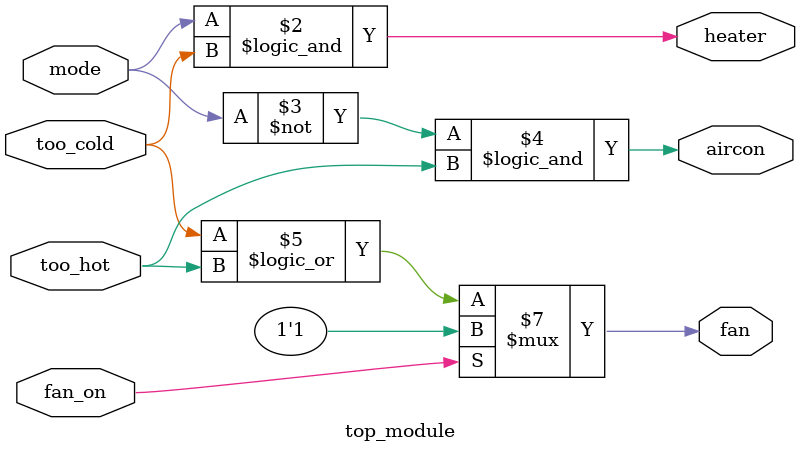
<source format=sv>
module top_module(
    input mode,
    input too_cold, 
    input too_hot,
    input fan_on,
    output reg heater,
    output reg aircon,
    output reg fan
);

always @(*) begin
    // Set the heater output
    heater = (mode && too_cold);
    
    // Set the aircon output
    aircon = (~mode && too_hot);
    
    // Set the fan output
    if (fan_on) begin
        fan = 1'b1;
    end
    else begin
        fan = (too_cold || too_hot);
    end
end

endmodule

</source>
